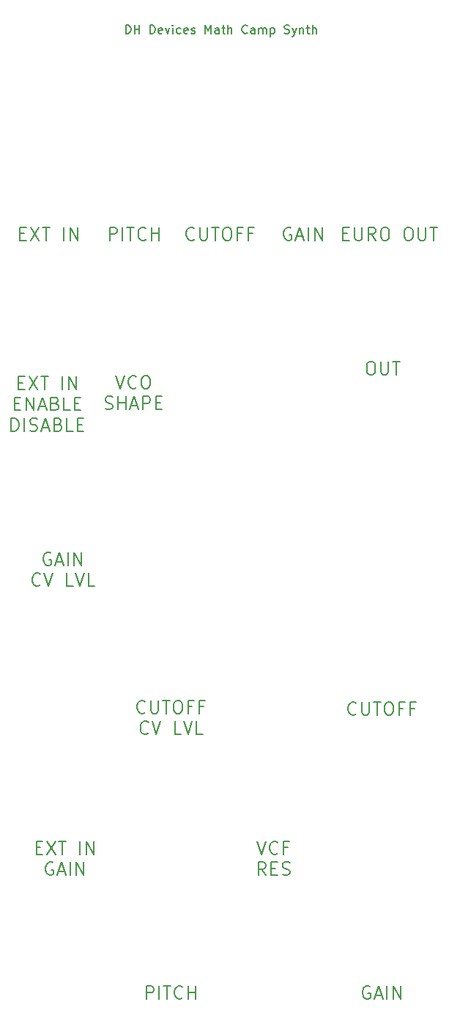
<source format=gto>
G04 #@! TF.GenerationSoftware,KiCad,Pcbnew,(6.0.0)*
G04 #@! TF.CreationDate,2022-08-05T10:13:32-07:00*
G04 #@! TF.ProjectId,synth2-fp,73796e74-6832-42d6-9670-2e6b69636164,rev?*
G04 #@! TF.SameCoordinates,Original*
G04 #@! TF.FileFunction,Legend,Top*
G04 #@! TF.FilePolarity,Positive*
%FSLAX46Y46*%
G04 Gerber Fmt 4.6, Leading zero omitted, Abs format (unit mm)*
G04 Created by KiCad (PCBNEW (6.0.0)) date 2022-08-05 10:13:32*
%MOMM*%
%LPD*%
G01*
G04 APERTURE LIST*
%ADD10C,0.150000*%
G04 APERTURE END LIST*
D10*
X81052571Y-60368857D02*
X81552571Y-60368857D01*
X81766857Y-61154571D02*
X81052571Y-61154571D01*
X81052571Y-59654571D01*
X81766857Y-59654571D01*
X82266857Y-59654571D02*
X83266857Y-61154571D01*
X83266857Y-59654571D02*
X82266857Y-61154571D01*
X83624000Y-59654571D02*
X84481142Y-59654571D01*
X84052571Y-61154571D02*
X84052571Y-59654571D01*
X86124000Y-61154571D02*
X86124000Y-59654571D01*
X86838285Y-61154571D02*
X86838285Y-59654571D01*
X87695428Y-61154571D01*
X87695428Y-59654571D01*
X84607142Y-97242500D02*
X84464285Y-97171071D01*
X84250000Y-97171071D01*
X84035714Y-97242500D01*
X83892857Y-97385357D01*
X83821428Y-97528214D01*
X83750000Y-97813928D01*
X83750000Y-98028214D01*
X83821428Y-98313928D01*
X83892857Y-98456785D01*
X84035714Y-98599642D01*
X84250000Y-98671071D01*
X84392857Y-98671071D01*
X84607142Y-98599642D01*
X84678571Y-98528214D01*
X84678571Y-98028214D01*
X84392857Y-98028214D01*
X85250000Y-98242500D02*
X85964285Y-98242500D01*
X85107142Y-98671071D02*
X85607142Y-97171071D01*
X86107142Y-98671071D01*
X86607142Y-98671071D02*
X86607142Y-97171071D01*
X87321428Y-98671071D02*
X87321428Y-97171071D01*
X88178571Y-98671071D01*
X88178571Y-97171071D01*
X83392857Y-100943214D02*
X83321428Y-101014642D01*
X83107142Y-101086071D01*
X82964285Y-101086071D01*
X82750000Y-101014642D01*
X82607142Y-100871785D01*
X82535714Y-100728928D01*
X82464285Y-100443214D01*
X82464285Y-100228928D01*
X82535714Y-99943214D01*
X82607142Y-99800357D01*
X82750000Y-99657500D01*
X82964285Y-99586071D01*
X83107142Y-99586071D01*
X83321428Y-99657500D01*
X83392857Y-99728928D01*
X83821428Y-99586071D02*
X84321428Y-101086071D01*
X84821428Y-99586071D01*
X87178571Y-101086071D02*
X86464285Y-101086071D01*
X86464285Y-99586071D01*
X87464285Y-99586071D02*
X87964285Y-101086071D01*
X88464285Y-99586071D01*
X89678571Y-101086071D02*
X88964285Y-101086071D01*
X88964285Y-99586071D01*
X108499142Y-130527071D02*
X108999142Y-132027071D01*
X109499142Y-130527071D01*
X110856285Y-131884214D02*
X110784857Y-131955642D01*
X110570571Y-132027071D01*
X110427714Y-132027071D01*
X110213428Y-131955642D01*
X110070571Y-131812785D01*
X109999142Y-131669928D01*
X109927714Y-131384214D01*
X109927714Y-131169928D01*
X109999142Y-130884214D01*
X110070571Y-130741357D01*
X110213428Y-130598500D01*
X110427714Y-130527071D01*
X110570571Y-130527071D01*
X110784857Y-130598500D01*
X110856285Y-130669928D01*
X111999142Y-131241357D02*
X111499142Y-131241357D01*
X111499142Y-132027071D02*
X111499142Y-130527071D01*
X112213428Y-130527071D01*
X109463428Y-134442071D02*
X108963428Y-133727785D01*
X108606285Y-134442071D02*
X108606285Y-132942071D01*
X109177714Y-132942071D01*
X109320571Y-133013500D01*
X109392000Y-133084928D01*
X109463428Y-133227785D01*
X109463428Y-133442071D01*
X109392000Y-133584928D01*
X109320571Y-133656357D01*
X109177714Y-133727785D01*
X108606285Y-133727785D01*
X110106285Y-133656357D02*
X110606285Y-133656357D01*
X110820571Y-134442071D02*
X110106285Y-134442071D01*
X110106285Y-132942071D01*
X110820571Y-132942071D01*
X111392000Y-134370642D02*
X111606285Y-134442071D01*
X111963428Y-134442071D01*
X112106285Y-134370642D01*
X112177714Y-134299214D01*
X112249142Y-134156357D01*
X112249142Y-134013500D01*
X112177714Y-133870642D01*
X112106285Y-133799214D01*
X111963428Y-133727785D01*
X111677714Y-133656357D01*
X111534857Y-133584928D01*
X111463428Y-133513500D01*
X111392000Y-133370642D01*
X111392000Y-133227785D01*
X111463428Y-133084928D01*
X111534857Y-133013500D01*
X111677714Y-132942071D01*
X112034857Y-132942071D01*
X112249142Y-133013500D01*
X80878571Y-77577857D02*
X81378571Y-77577857D01*
X81592857Y-78363571D02*
X80878571Y-78363571D01*
X80878571Y-76863571D01*
X81592857Y-76863571D01*
X82092857Y-76863571D02*
X83092857Y-78363571D01*
X83092857Y-76863571D02*
X82092857Y-78363571D01*
X83450000Y-76863571D02*
X84307142Y-76863571D01*
X83878571Y-78363571D02*
X83878571Y-76863571D01*
X85950000Y-78363571D02*
X85950000Y-76863571D01*
X86664285Y-78363571D02*
X86664285Y-76863571D01*
X87521428Y-78363571D01*
X87521428Y-76863571D01*
X80414285Y-79992857D02*
X80914285Y-79992857D01*
X81128571Y-80778571D02*
X80414285Y-80778571D01*
X80414285Y-79278571D01*
X81128571Y-79278571D01*
X81771428Y-80778571D02*
X81771428Y-79278571D01*
X82628571Y-80778571D01*
X82628571Y-79278571D01*
X83271428Y-80350000D02*
X83985714Y-80350000D01*
X83128571Y-80778571D02*
X83628571Y-79278571D01*
X84128571Y-80778571D01*
X85128571Y-79992857D02*
X85342857Y-80064285D01*
X85414285Y-80135714D01*
X85485714Y-80278571D01*
X85485714Y-80492857D01*
X85414285Y-80635714D01*
X85342857Y-80707142D01*
X85200000Y-80778571D01*
X84628571Y-80778571D01*
X84628571Y-79278571D01*
X85128571Y-79278571D01*
X85271428Y-79350000D01*
X85342857Y-79421428D01*
X85414285Y-79564285D01*
X85414285Y-79707142D01*
X85342857Y-79850000D01*
X85271428Y-79921428D01*
X85128571Y-79992857D01*
X84628571Y-79992857D01*
X86842857Y-80778571D02*
X86128571Y-80778571D01*
X86128571Y-79278571D01*
X87342857Y-79992857D02*
X87842857Y-79992857D01*
X88057142Y-80778571D02*
X87342857Y-80778571D01*
X87342857Y-79278571D01*
X88057142Y-79278571D01*
X80057142Y-83193571D02*
X80057142Y-81693571D01*
X80414285Y-81693571D01*
X80628571Y-81765000D01*
X80771428Y-81907857D01*
X80842857Y-82050714D01*
X80914285Y-82336428D01*
X80914285Y-82550714D01*
X80842857Y-82836428D01*
X80771428Y-82979285D01*
X80628571Y-83122142D01*
X80414285Y-83193571D01*
X80057142Y-83193571D01*
X81557142Y-83193571D02*
X81557142Y-81693571D01*
X82200000Y-83122142D02*
X82414285Y-83193571D01*
X82771428Y-83193571D01*
X82914285Y-83122142D01*
X82985714Y-83050714D01*
X83057142Y-82907857D01*
X83057142Y-82765000D01*
X82985714Y-82622142D01*
X82914285Y-82550714D01*
X82771428Y-82479285D01*
X82485714Y-82407857D01*
X82342857Y-82336428D01*
X82271428Y-82265000D01*
X82200000Y-82122142D01*
X82200000Y-81979285D01*
X82271428Y-81836428D01*
X82342857Y-81765000D01*
X82485714Y-81693571D01*
X82842857Y-81693571D01*
X83057142Y-81765000D01*
X83628571Y-82765000D02*
X84342857Y-82765000D01*
X83485714Y-83193571D02*
X83985714Y-81693571D01*
X84485714Y-83193571D01*
X85485714Y-82407857D02*
X85700000Y-82479285D01*
X85771428Y-82550714D01*
X85842857Y-82693571D01*
X85842857Y-82907857D01*
X85771428Y-83050714D01*
X85700000Y-83122142D01*
X85557142Y-83193571D01*
X84985714Y-83193571D01*
X84985714Y-81693571D01*
X85485714Y-81693571D01*
X85628571Y-81765000D01*
X85700000Y-81836428D01*
X85771428Y-81979285D01*
X85771428Y-82122142D01*
X85700000Y-82265000D01*
X85628571Y-82336428D01*
X85485714Y-82407857D01*
X84985714Y-82407857D01*
X87200000Y-83193571D02*
X86485714Y-83193571D01*
X86485714Y-81693571D01*
X87700000Y-82407857D02*
X88200000Y-82407857D01*
X88414285Y-83193571D02*
X87700000Y-83193571D01*
X87700000Y-81693571D01*
X88414285Y-81693571D01*
X119919714Y-115819714D02*
X119848285Y-115891142D01*
X119634000Y-115962571D01*
X119491142Y-115962571D01*
X119276857Y-115891142D01*
X119134000Y-115748285D01*
X119062571Y-115605428D01*
X118991142Y-115319714D01*
X118991142Y-115105428D01*
X119062571Y-114819714D01*
X119134000Y-114676857D01*
X119276857Y-114534000D01*
X119491142Y-114462571D01*
X119634000Y-114462571D01*
X119848285Y-114534000D01*
X119919714Y-114605428D01*
X120562571Y-114462571D02*
X120562571Y-115676857D01*
X120634000Y-115819714D01*
X120705428Y-115891142D01*
X120848285Y-115962571D01*
X121134000Y-115962571D01*
X121276857Y-115891142D01*
X121348285Y-115819714D01*
X121419714Y-115676857D01*
X121419714Y-114462571D01*
X121919714Y-114462571D02*
X122776857Y-114462571D01*
X122348285Y-115962571D02*
X122348285Y-114462571D01*
X123562571Y-114462571D02*
X123848285Y-114462571D01*
X123991142Y-114534000D01*
X124134000Y-114676857D01*
X124205428Y-114962571D01*
X124205428Y-115462571D01*
X124134000Y-115748285D01*
X123991142Y-115891142D01*
X123848285Y-115962571D01*
X123562571Y-115962571D01*
X123419714Y-115891142D01*
X123276857Y-115748285D01*
X123205428Y-115462571D01*
X123205428Y-114962571D01*
X123276857Y-114676857D01*
X123419714Y-114534000D01*
X123562571Y-114462571D01*
X125348285Y-115176857D02*
X124848285Y-115176857D01*
X124848285Y-115962571D02*
X124848285Y-114462571D01*
X125562571Y-114462571D01*
X126634000Y-115176857D02*
X126134000Y-115176857D01*
X126134000Y-115962571D02*
X126134000Y-114462571D01*
X126848285Y-114462571D01*
X121491142Y-147300000D02*
X121348285Y-147228571D01*
X121134000Y-147228571D01*
X120919714Y-147300000D01*
X120776857Y-147442857D01*
X120705428Y-147585714D01*
X120634000Y-147871428D01*
X120634000Y-148085714D01*
X120705428Y-148371428D01*
X120776857Y-148514285D01*
X120919714Y-148657142D01*
X121134000Y-148728571D01*
X121276857Y-148728571D01*
X121491142Y-148657142D01*
X121562571Y-148585714D01*
X121562571Y-148085714D01*
X121276857Y-148085714D01*
X122134000Y-148300000D02*
X122848285Y-148300000D01*
X121991142Y-148728571D02*
X122491142Y-147228571D01*
X122991142Y-148728571D01*
X123491142Y-148728571D02*
X123491142Y-147228571D01*
X124205428Y-148728571D02*
X124205428Y-147228571D01*
X125062571Y-148728571D01*
X125062571Y-147228571D01*
X82940571Y-131241357D02*
X83440571Y-131241357D01*
X83654857Y-132027071D02*
X82940571Y-132027071D01*
X82940571Y-130527071D01*
X83654857Y-130527071D01*
X84154857Y-130527071D02*
X85154857Y-132027071D01*
X85154857Y-130527071D02*
X84154857Y-132027071D01*
X85512000Y-130527071D02*
X86369142Y-130527071D01*
X85940571Y-132027071D02*
X85940571Y-130527071D01*
X88012000Y-132027071D02*
X88012000Y-130527071D01*
X88726285Y-132027071D02*
X88726285Y-130527071D01*
X89583428Y-132027071D01*
X89583428Y-130527071D01*
X84869142Y-133013500D02*
X84726285Y-132942071D01*
X84512000Y-132942071D01*
X84297714Y-133013500D01*
X84154857Y-133156357D01*
X84083428Y-133299214D01*
X84012000Y-133584928D01*
X84012000Y-133799214D01*
X84083428Y-134084928D01*
X84154857Y-134227785D01*
X84297714Y-134370642D01*
X84512000Y-134442071D01*
X84654857Y-134442071D01*
X84869142Y-134370642D01*
X84940571Y-134299214D01*
X84940571Y-133799214D01*
X84654857Y-133799214D01*
X85512000Y-134013500D02*
X86226285Y-134013500D01*
X85369142Y-134442071D02*
X85869142Y-132942071D01*
X86369142Y-134442071D01*
X86869142Y-134442071D02*
X86869142Y-132942071D01*
X87583428Y-134442071D02*
X87583428Y-132942071D01*
X88440571Y-134442071D01*
X88440571Y-132942071D01*
X95535714Y-115628214D02*
X95464285Y-115699642D01*
X95250000Y-115771071D01*
X95107142Y-115771071D01*
X94892857Y-115699642D01*
X94750000Y-115556785D01*
X94678571Y-115413928D01*
X94607142Y-115128214D01*
X94607142Y-114913928D01*
X94678571Y-114628214D01*
X94750000Y-114485357D01*
X94892857Y-114342500D01*
X95107142Y-114271071D01*
X95250000Y-114271071D01*
X95464285Y-114342500D01*
X95535714Y-114413928D01*
X96178571Y-114271071D02*
X96178571Y-115485357D01*
X96250000Y-115628214D01*
X96321428Y-115699642D01*
X96464285Y-115771071D01*
X96750000Y-115771071D01*
X96892857Y-115699642D01*
X96964285Y-115628214D01*
X97035714Y-115485357D01*
X97035714Y-114271071D01*
X97535714Y-114271071D02*
X98392857Y-114271071D01*
X97964285Y-115771071D02*
X97964285Y-114271071D01*
X99178571Y-114271071D02*
X99464285Y-114271071D01*
X99607142Y-114342500D01*
X99750000Y-114485357D01*
X99821428Y-114771071D01*
X99821428Y-115271071D01*
X99750000Y-115556785D01*
X99607142Y-115699642D01*
X99464285Y-115771071D01*
X99178571Y-115771071D01*
X99035714Y-115699642D01*
X98892857Y-115556785D01*
X98821428Y-115271071D01*
X98821428Y-114771071D01*
X98892857Y-114485357D01*
X99035714Y-114342500D01*
X99178571Y-114271071D01*
X100964285Y-114985357D02*
X100464285Y-114985357D01*
X100464285Y-115771071D02*
X100464285Y-114271071D01*
X101178571Y-114271071D01*
X102250000Y-114985357D02*
X101750000Y-114985357D01*
X101750000Y-115771071D02*
X101750000Y-114271071D01*
X102464285Y-114271071D01*
X95892857Y-118043214D02*
X95821428Y-118114642D01*
X95607142Y-118186071D01*
X95464285Y-118186071D01*
X95250000Y-118114642D01*
X95107142Y-117971785D01*
X95035714Y-117828928D01*
X94964285Y-117543214D01*
X94964285Y-117328928D01*
X95035714Y-117043214D01*
X95107142Y-116900357D01*
X95250000Y-116757500D01*
X95464285Y-116686071D01*
X95607142Y-116686071D01*
X95821428Y-116757500D01*
X95892857Y-116828928D01*
X96321428Y-116686071D02*
X96821428Y-118186071D01*
X97321428Y-116686071D01*
X99678571Y-118186071D02*
X98964285Y-118186071D01*
X98964285Y-116686071D01*
X99964285Y-116686071D02*
X100464285Y-118186071D01*
X100964285Y-116686071D01*
X102178571Y-118186071D02*
X101464285Y-118186071D01*
X101464285Y-116686071D01*
X91422857Y-61154571D02*
X91422857Y-59654571D01*
X91994285Y-59654571D01*
X92137142Y-59726000D01*
X92208571Y-59797428D01*
X92280000Y-59940285D01*
X92280000Y-60154571D01*
X92208571Y-60297428D01*
X92137142Y-60368857D01*
X91994285Y-60440285D01*
X91422857Y-60440285D01*
X92922857Y-61154571D02*
X92922857Y-59654571D01*
X93422857Y-59654571D02*
X94280000Y-59654571D01*
X93851428Y-61154571D02*
X93851428Y-59654571D01*
X95637142Y-61011714D02*
X95565714Y-61083142D01*
X95351428Y-61154571D01*
X95208571Y-61154571D01*
X94994285Y-61083142D01*
X94851428Y-60940285D01*
X94780000Y-60797428D01*
X94708571Y-60511714D01*
X94708571Y-60297428D01*
X94780000Y-60011714D01*
X94851428Y-59868857D01*
X94994285Y-59726000D01*
X95208571Y-59654571D01*
X95351428Y-59654571D01*
X95565714Y-59726000D01*
X95637142Y-59797428D01*
X96280000Y-61154571D02*
X96280000Y-59654571D01*
X96280000Y-60368857D02*
X97137142Y-60368857D01*
X97137142Y-61154571D02*
X97137142Y-59654571D01*
X112399142Y-59726000D02*
X112256285Y-59654571D01*
X112042000Y-59654571D01*
X111827714Y-59726000D01*
X111684857Y-59868857D01*
X111613428Y-60011714D01*
X111542000Y-60297428D01*
X111542000Y-60511714D01*
X111613428Y-60797428D01*
X111684857Y-60940285D01*
X111827714Y-61083142D01*
X112042000Y-61154571D01*
X112184857Y-61154571D01*
X112399142Y-61083142D01*
X112470571Y-61011714D01*
X112470571Y-60511714D01*
X112184857Y-60511714D01*
X113042000Y-60726000D02*
X113756285Y-60726000D01*
X112899142Y-61154571D02*
X113399142Y-59654571D01*
X113899142Y-61154571D01*
X114399142Y-61154571D02*
X114399142Y-59654571D01*
X115113428Y-61154571D02*
X115113428Y-59654571D01*
X115970571Y-61154571D01*
X115970571Y-59654571D01*
X118386857Y-60368857D02*
X118886857Y-60368857D01*
X119101142Y-61154571D02*
X118386857Y-61154571D01*
X118386857Y-59654571D01*
X119101142Y-59654571D01*
X119744000Y-59654571D02*
X119744000Y-60868857D01*
X119815428Y-61011714D01*
X119886857Y-61083142D01*
X120029714Y-61154571D01*
X120315428Y-61154571D01*
X120458285Y-61083142D01*
X120529714Y-61011714D01*
X120601142Y-60868857D01*
X120601142Y-59654571D01*
X122172571Y-61154571D02*
X121672571Y-60440285D01*
X121315428Y-61154571D02*
X121315428Y-59654571D01*
X121886857Y-59654571D01*
X122029714Y-59726000D01*
X122101142Y-59797428D01*
X122172571Y-59940285D01*
X122172571Y-60154571D01*
X122101142Y-60297428D01*
X122029714Y-60368857D01*
X121886857Y-60440285D01*
X121315428Y-60440285D01*
X123101142Y-59654571D02*
X123386857Y-59654571D01*
X123529714Y-59726000D01*
X123672571Y-59868857D01*
X123744000Y-60154571D01*
X123744000Y-60654571D01*
X123672571Y-60940285D01*
X123529714Y-61083142D01*
X123386857Y-61154571D01*
X123101142Y-61154571D01*
X122958285Y-61083142D01*
X122815428Y-60940285D01*
X122744000Y-60654571D01*
X122744000Y-60154571D01*
X122815428Y-59868857D01*
X122958285Y-59726000D01*
X123101142Y-59654571D01*
X125815428Y-59654571D02*
X126101142Y-59654571D01*
X126244000Y-59726000D01*
X126386857Y-59868857D01*
X126458285Y-60154571D01*
X126458285Y-60654571D01*
X126386857Y-60940285D01*
X126244000Y-61083142D01*
X126101142Y-61154571D01*
X125815428Y-61154571D01*
X125672571Y-61083142D01*
X125529714Y-60940285D01*
X125458285Y-60654571D01*
X125458285Y-60154571D01*
X125529714Y-59868857D01*
X125672571Y-59726000D01*
X125815428Y-59654571D01*
X127101142Y-59654571D02*
X127101142Y-60868857D01*
X127172571Y-61011714D01*
X127244000Y-61083142D01*
X127386857Y-61154571D01*
X127672571Y-61154571D01*
X127815428Y-61083142D01*
X127886857Y-61011714D01*
X127958285Y-60868857D01*
X127958285Y-59654571D01*
X128458285Y-59654571D02*
X129315428Y-59654571D01*
X128886857Y-61154571D02*
X128886857Y-59654571D01*
X121482000Y-75148571D02*
X121767714Y-75148571D01*
X121910571Y-75220000D01*
X122053428Y-75362857D01*
X122124857Y-75648571D01*
X122124857Y-76148571D01*
X122053428Y-76434285D01*
X121910571Y-76577142D01*
X121767714Y-76648571D01*
X121482000Y-76648571D01*
X121339142Y-76577142D01*
X121196285Y-76434285D01*
X121124857Y-76148571D01*
X121124857Y-75648571D01*
X121196285Y-75362857D01*
X121339142Y-75220000D01*
X121482000Y-75148571D01*
X122767714Y-75148571D02*
X122767714Y-76362857D01*
X122839142Y-76505714D01*
X122910571Y-76577142D01*
X123053428Y-76648571D01*
X123339142Y-76648571D01*
X123482000Y-76577142D01*
X123553428Y-76505714D01*
X123624857Y-76362857D01*
X123624857Y-75148571D01*
X124124857Y-75148571D02*
X124982000Y-75148571D01*
X124553428Y-76648571D02*
X124553428Y-75148571D01*
X92164285Y-76771071D02*
X92664285Y-78271071D01*
X93164285Y-76771071D01*
X94521428Y-78128214D02*
X94450000Y-78199642D01*
X94235714Y-78271071D01*
X94092857Y-78271071D01*
X93878571Y-78199642D01*
X93735714Y-78056785D01*
X93664285Y-77913928D01*
X93592857Y-77628214D01*
X93592857Y-77413928D01*
X93664285Y-77128214D01*
X93735714Y-76985357D01*
X93878571Y-76842500D01*
X94092857Y-76771071D01*
X94235714Y-76771071D01*
X94450000Y-76842500D01*
X94521428Y-76913928D01*
X95450000Y-76771071D02*
X95735714Y-76771071D01*
X95878571Y-76842500D01*
X96021428Y-76985357D01*
X96092857Y-77271071D01*
X96092857Y-77771071D01*
X96021428Y-78056785D01*
X95878571Y-78199642D01*
X95735714Y-78271071D01*
X95450000Y-78271071D01*
X95307142Y-78199642D01*
X95164285Y-78056785D01*
X95092857Y-77771071D01*
X95092857Y-77271071D01*
X95164285Y-76985357D01*
X95307142Y-76842500D01*
X95450000Y-76771071D01*
X90914285Y-80614642D02*
X91128571Y-80686071D01*
X91485714Y-80686071D01*
X91628571Y-80614642D01*
X91700000Y-80543214D01*
X91771428Y-80400357D01*
X91771428Y-80257500D01*
X91700000Y-80114642D01*
X91628571Y-80043214D01*
X91485714Y-79971785D01*
X91200000Y-79900357D01*
X91057142Y-79828928D01*
X90985714Y-79757500D01*
X90914285Y-79614642D01*
X90914285Y-79471785D01*
X90985714Y-79328928D01*
X91057142Y-79257500D01*
X91200000Y-79186071D01*
X91557142Y-79186071D01*
X91771428Y-79257500D01*
X92414285Y-80686071D02*
X92414285Y-79186071D01*
X92414285Y-79900357D02*
X93271428Y-79900357D01*
X93271428Y-80686071D02*
X93271428Y-79186071D01*
X93914285Y-80257500D02*
X94628571Y-80257500D01*
X93771428Y-80686071D02*
X94271428Y-79186071D01*
X94771428Y-80686071D01*
X95271428Y-80686071D02*
X95271428Y-79186071D01*
X95842857Y-79186071D01*
X95985714Y-79257500D01*
X96057142Y-79328928D01*
X96128571Y-79471785D01*
X96128571Y-79686071D01*
X96057142Y-79828928D01*
X95985714Y-79900357D01*
X95842857Y-79971785D01*
X95271428Y-79971785D01*
X96771428Y-79900357D02*
X97271428Y-79900357D01*
X97485714Y-80686071D02*
X96771428Y-80686071D01*
X96771428Y-79186071D01*
X97485714Y-79186071D01*
X101221714Y-61011714D02*
X101150285Y-61083142D01*
X100936000Y-61154571D01*
X100793142Y-61154571D01*
X100578857Y-61083142D01*
X100436000Y-60940285D01*
X100364571Y-60797428D01*
X100293142Y-60511714D01*
X100293142Y-60297428D01*
X100364571Y-60011714D01*
X100436000Y-59868857D01*
X100578857Y-59726000D01*
X100793142Y-59654571D01*
X100936000Y-59654571D01*
X101150285Y-59726000D01*
X101221714Y-59797428D01*
X101864571Y-59654571D02*
X101864571Y-60868857D01*
X101936000Y-61011714D01*
X102007428Y-61083142D01*
X102150285Y-61154571D01*
X102436000Y-61154571D01*
X102578857Y-61083142D01*
X102650285Y-61011714D01*
X102721714Y-60868857D01*
X102721714Y-59654571D01*
X103221714Y-59654571D02*
X104078857Y-59654571D01*
X103650285Y-61154571D02*
X103650285Y-59654571D01*
X104864571Y-59654571D02*
X105150285Y-59654571D01*
X105293142Y-59726000D01*
X105436000Y-59868857D01*
X105507428Y-60154571D01*
X105507428Y-60654571D01*
X105436000Y-60940285D01*
X105293142Y-61083142D01*
X105150285Y-61154571D01*
X104864571Y-61154571D01*
X104721714Y-61083142D01*
X104578857Y-60940285D01*
X104507428Y-60654571D01*
X104507428Y-60154571D01*
X104578857Y-59868857D01*
X104721714Y-59726000D01*
X104864571Y-59654571D01*
X106650285Y-60368857D02*
X106150285Y-60368857D01*
X106150285Y-61154571D02*
X106150285Y-59654571D01*
X106864571Y-59654571D01*
X107936000Y-60368857D02*
X107436000Y-60368857D01*
X107436000Y-61154571D02*
X107436000Y-59654571D01*
X108150285Y-59654571D01*
X93290000Y-37306380D02*
X93290000Y-36306380D01*
X93528095Y-36306380D01*
X93670952Y-36354000D01*
X93766190Y-36449238D01*
X93813809Y-36544476D01*
X93861428Y-36734952D01*
X93861428Y-36877809D01*
X93813809Y-37068285D01*
X93766190Y-37163523D01*
X93670952Y-37258761D01*
X93528095Y-37306380D01*
X93290000Y-37306380D01*
X94290000Y-37306380D02*
X94290000Y-36306380D01*
X94290000Y-36782571D02*
X94861428Y-36782571D01*
X94861428Y-37306380D02*
X94861428Y-36306380D01*
X96099523Y-37306380D02*
X96099523Y-36306380D01*
X96337619Y-36306380D01*
X96480476Y-36354000D01*
X96575714Y-36449238D01*
X96623333Y-36544476D01*
X96670952Y-36734952D01*
X96670952Y-36877809D01*
X96623333Y-37068285D01*
X96575714Y-37163523D01*
X96480476Y-37258761D01*
X96337619Y-37306380D01*
X96099523Y-37306380D01*
X97480476Y-37258761D02*
X97385238Y-37306380D01*
X97194761Y-37306380D01*
X97099523Y-37258761D01*
X97051904Y-37163523D01*
X97051904Y-36782571D01*
X97099523Y-36687333D01*
X97194761Y-36639714D01*
X97385238Y-36639714D01*
X97480476Y-36687333D01*
X97528095Y-36782571D01*
X97528095Y-36877809D01*
X97051904Y-36973047D01*
X97861428Y-36639714D02*
X98099523Y-37306380D01*
X98337619Y-36639714D01*
X98718571Y-37306380D02*
X98718571Y-36639714D01*
X98718571Y-36306380D02*
X98670952Y-36354000D01*
X98718571Y-36401619D01*
X98766190Y-36354000D01*
X98718571Y-36306380D01*
X98718571Y-36401619D01*
X99623333Y-37258761D02*
X99528095Y-37306380D01*
X99337619Y-37306380D01*
X99242380Y-37258761D01*
X99194761Y-37211142D01*
X99147142Y-37115904D01*
X99147142Y-36830190D01*
X99194761Y-36734952D01*
X99242380Y-36687333D01*
X99337619Y-36639714D01*
X99528095Y-36639714D01*
X99623333Y-36687333D01*
X100432857Y-37258761D02*
X100337619Y-37306380D01*
X100147142Y-37306380D01*
X100051904Y-37258761D01*
X100004285Y-37163523D01*
X100004285Y-36782571D01*
X100051904Y-36687333D01*
X100147142Y-36639714D01*
X100337619Y-36639714D01*
X100432857Y-36687333D01*
X100480476Y-36782571D01*
X100480476Y-36877809D01*
X100004285Y-36973047D01*
X100861428Y-37258761D02*
X100956666Y-37306380D01*
X101147142Y-37306380D01*
X101242380Y-37258761D01*
X101290000Y-37163523D01*
X101290000Y-37115904D01*
X101242380Y-37020666D01*
X101147142Y-36973047D01*
X101004285Y-36973047D01*
X100909047Y-36925428D01*
X100861428Y-36830190D01*
X100861428Y-36782571D01*
X100909047Y-36687333D01*
X101004285Y-36639714D01*
X101147142Y-36639714D01*
X101242380Y-36687333D01*
X102480476Y-37306380D02*
X102480476Y-36306380D01*
X102813809Y-37020666D01*
X103147142Y-36306380D01*
X103147142Y-37306380D01*
X104051904Y-37306380D02*
X104051904Y-36782571D01*
X104004285Y-36687333D01*
X103909047Y-36639714D01*
X103718571Y-36639714D01*
X103623333Y-36687333D01*
X104051904Y-37258761D02*
X103956666Y-37306380D01*
X103718571Y-37306380D01*
X103623333Y-37258761D01*
X103575714Y-37163523D01*
X103575714Y-37068285D01*
X103623333Y-36973047D01*
X103718571Y-36925428D01*
X103956666Y-36925428D01*
X104051904Y-36877809D01*
X104385238Y-36639714D02*
X104766190Y-36639714D01*
X104528095Y-36306380D02*
X104528095Y-37163523D01*
X104575714Y-37258761D01*
X104670952Y-37306380D01*
X104766190Y-37306380D01*
X105099523Y-37306380D02*
X105099523Y-36306380D01*
X105528095Y-37306380D02*
X105528095Y-36782571D01*
X105480476Y-36687333D01*
X105385238Y-36639714D01*
X105242380Y-36639714D01*
X105147142Y-36687333D01*
X105099523Y-36734952D01*
X107337619Y-37211142D02*
X107290000Y-37258761D01*
X107147142Y-37306380D01*
X107051904Y-37306380D01*
X106909047Y-37258761D01*
X106813809Y-37163523D01*
X106766190Y-37068285D01*
X106718571Y-36877809D01*
X106718571Y-36734952D01*
X106766190Y-36544476D01*
X106813809Y-36449238D01*
X106909047Y-36354000D01*
X107051904Y-36306380D01*
X107147142Y-36306380D01*
X107290000Y-36354000D01*
X107337619Y-36401619D01*
X108194761Y-37306380D02*
X108194761Y-36782571D01*
X108147142Y-36687333D01*
X108051904Y-36639714D01*
X107861428Y-36639714D01*
X107766190Y-36687333D01*
X108194761Y-37258761D02*
X108099523Y-37306380D01*
X107861428Y-37306380D01*
X107766190Y-37258761D01*
X107718571Y-37163523D01*
X107718571Y-37068285D01*
X107766190Y-36973047D01*
X107861428Y-36925428D01*
X108099523Y-36925428D01*
X108194761Y-36877809D01*
X108670952Y-37306380D02*
X108670952Y-36639714D01*
X108670952Y-36734952D02*
X108718571Y-36687333D01*
X108813809Y-36639714D01*
X108956666Y-36639714D01*
X109051904Y-36687333D01*
X109099523Y-36782571D01*
X109099523Y-37306380D01*
X109099523Y-36782571D02*
X109147142Y-36687333D01*
X109242380Y-36639714D01*
X109385238Y-36639714D01*
X109480476Y-36687333D01*
X109528095Y-36782571D01*
X109528095Y-37306380D01*
X110004285Y-36639714D02*
X110004285Y-37639714D01*
X110004285Y-36687333D02*
X110099523Y-36639714D01*
X110290000Y-36639714D01*
X110385238Y-36687333D01*
X110432857Y-36734952D01*
X110480476Y-36830190D01*
X110480476Y-37115904D01*
X110432857Y-37211142D01*
X110385238Y-37258761D01*
X110290000Y-37306380D01*
X110099523Y-37306380D01*
X110004285Y-37258761D01*
X111623333Y-37258761D02*
X111766190Y-37306380D01*
X112004285Y-37306380D01*
X112099523Y-37258761D01*
X112147142Y-37211142D01*
X112194761Y-37115904D01*
X112194761Y-37020666D01*
X112147142Y-36925428D01*
X112099523Y-36877809D01*
X112004285Y-36830190D01*
X111813809Y-36782571D01*
X111718571Y-36734952D01*
X111670952Y-36687333D01*
X111623333Y-36592095D01*
X111623333Y-36496857D01*
X111670952Y-36401619D01*
X111718571Y-36354000D01*
X111813809Y-36306380D01*
X112051904Y-36306380D01*
X112194761Y-36354000D01*
X112528095Y-36639714D02*
X112766190Y-37306380D01*
X113004285Y-36639714D02*
X112766190Y-37306380D01*
X112670952Y-37544476D01*
X112623333Y-37592095D01*
X112528095Y-37639714D01*
X113385238Y-36639714D02*
X113385238Y-37306380D01*
X113385238Y-36734952D02*
X113432857Y-36687333D01*
X113528095Y-36639714D01*
X113670952Y-36639714D01*
X113766190Y-36687333D01*
X113813809Y-36782571D01*
X113813809Y-37306380D01*
X114147142Y-36639714D02*
X114528095Y-36639714D01*
X114290000Y-36306380D02*
X114290000Y-37163523D01*
X114337619Y-37258761D01*
X114432857Y-37306380D01*
X114528095Y-37306380D01*
X114861428Y-37306380D02*
X114861428Y-36306380D01*
X115290000Y-37306380D02*
X115290000Y-36782571D01*
X115242380Y-36687333D01*
X115147142Y-36639714D01*
X115004285Y-36639714D01*
X114909047Y-36687333D01*
X114861428Y-36734952D01*
X95642857Y-148728571D02*
X95642857Y-147228571D01*
X96214285Y-147228571D01*
X96357142Y-147300000D01*
X96428571Y-147371428D01*
X96500000Y-147514285D01*
X96500000Y-147728571D01*
X96428571Y-147871428D01*
X96357142Y-147942857D01*
X96214285Y-148014285D01*
X95642857Y-148014285D01*
X97142857Y-148728571D02*
X97142857Y-147228571D01*
X97642857Y-147228571D02*
X98500000Y-147228571D01*
X98071428Y-148728571D02*
X98071428Y-147228571D01*
X99857142Y-148585714D02*
X99785714Y-148657142D01*
X99571428Y-148728571D01*
X99428571Y-148728571D01*
X99214285Y-148657142D01*
X99071428Y-148514285D01*
X99000000Y-148371428D01*
X98928571Y-148085714D01*
X98928571Y-147871428D01*
X99000000Y-147585714D01*
X99071428Y-147442857D01*
X99214285Y-147300000D01*
X99428571Y-147228571D01*
X99571428Y-147228571D01*
X99785714Y-147300000D01*
X99857142Y-147371428D01*
X100500000Y-148728571D02*
X100500000Y-147228571D01*
X100500000Y-147942857D02*
X101357142Y-147942857D01*
X101357142Y-148728571D02*
X101357142Y-147228571D01*
%LPC*%
M02*

</source>
